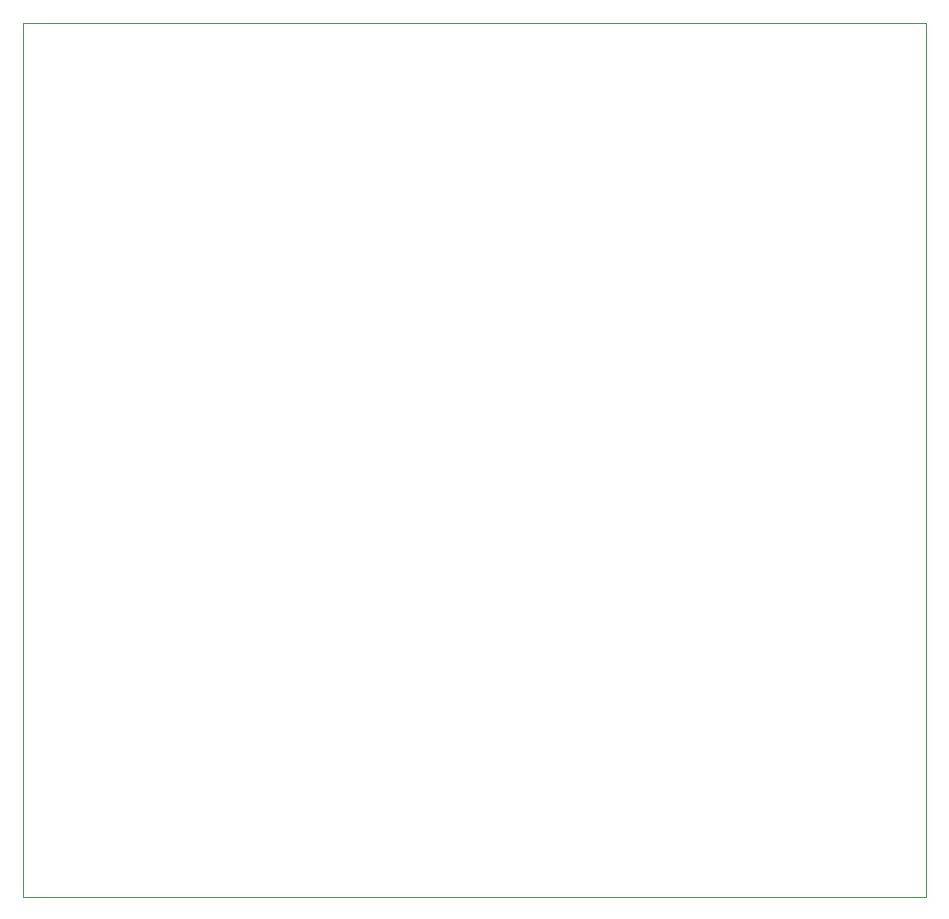
<source format=gm1>
G04 #@! TF.GenerationSoftware,KiCad,Pcbnew,5.1.9*
G04 #@! TF.CreationDate,2021-04-28T13:54:20+02:00*
G04 #@! TF.ProjectId,Radar,52616461-722e-46b6-9963-61645f706362,rev?*
G04 #@! TF.SameCoordinates,Original*
G04 #@! TF.FileFunction,Profile,NP*
%FSLAX46Y46*%
G04 Gerber Fmt 4.6, Leading zero omitted, Abs format (unit mm)*
G04 Created by KiCad (PCBNEW 5.1.9) date 2021-04-28 13:54:20*
%MOMM*%
%LPD*%
G01*
G04 APERTURE LIST*
G04 #@! TA.AperFunction,Profile*
%ADD10C,0.100000*%
G04 #@! TD*
G04 APERTURE END LIST*
D10*
X104000000Y-25400000D02*
X180400000Y-25400000D01*
X104000000Y-99400000D02*
X104000000Y-25400000D01*
X180400000Y-99400000D02*
X104000000Y-99400000D01*
X180400000Y-25400000D02*
X180400000Y-99400000D01*
M02*

</source>
